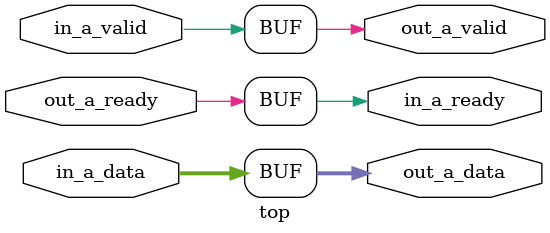
<source format=sv>
module top (
	input logic [7:0] in_a_data,
	output logic in_a_ready,
	input logic in_a_valid,

	output logic [7:0] out_a_data,
	input logic out_a_ready,
	output logic out_a_valid
);

	assign out_a_data = in_a_data;
	assign out_a_valid = in_a_valid;
	assign in_a_ready = out_a_ready;
endmodule



</source>
